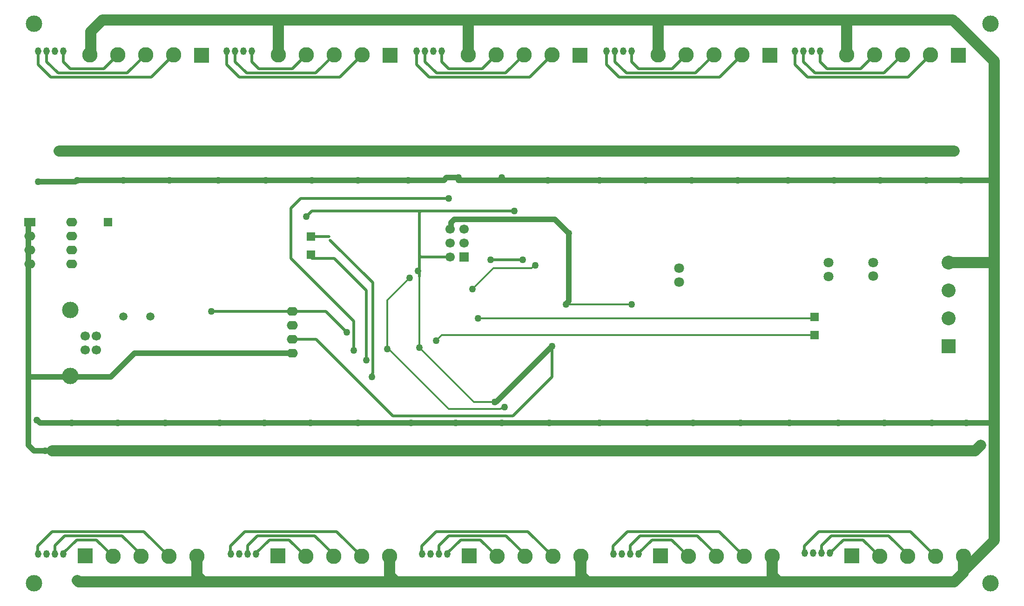
<source format=gbl>
G04*
G04 #@! TF.GenerationSoftware,Altium Limited,Altium Designer,21.4.1 (30)*
G04*
G04 Layer_Physical_Order=2*
G04 Layer_Color=16711680*
%FSLAX44Y44*%
%MOMM*%
G71*
G04*
G04 #@! TF.SameCoordinates,6184CBAD-8C2E-428C-A116-2BF05ABD0BD4*
G04*
G04*
G04 #@! TF.FilePolarity,Positive*
G04*
G01*
G75*
%ADD12C,0.5000*%
%ADD23C,0.3000*%
%ADD82C,1.0000*%
%ADD83C,2.0000*%
%ADD84C,1.2700*%
%ADD85R,1.5000X1.5000*%
%ADD86R,1.5000X1.5000*%
%ADD87C,1.8000*%
%ADD88C,2.5400*%
%ADD89R,2.5400X2.5400*%
%ADD90O,2.0000X1.6000*%
%ADD91C,1.5000*%
%ADD92C,3.0000*%
%ADD93C,1.7000*%
%ADD94R,1.7000X1.7000*%
%ADD95R,2.0000X1.6000*%
%ADD96R,2.8000X2.8000*%
%ADD97C,2.8000*%
%ADD98C,1.2700*%
%ADD99O,1.1430X1.3970*%
D12*
X607060Y449580D02*
Y502920D01*
X492760Y617220D02*
X607060Y502920D01*
X556260Y520700D02*
X594360Y482600D01*
Y482600D02*
Y482600D01*
X495300Y520700D02*
X556260D01*
X347980D02*
X495300D01*
X678180Y330200D02*
X896620D01*
X538480Y469900D02*
X678180Y330200D01*
X495300Y469900D02*
X538480D01*
X896620Y330200D02*
X967740Y401320D01*
Y457200D01*
X510540Y726440D02*
X779780D01*
X563880Y650240D02*
X641310Y572810D01*
Y407630D02*
Y572810D01*
X728980Y703580D02*
X899160D01*
X640080Y406400D02*
X641310Y407630D01*
X492760Y617220D02*
Y708660D01*
X520700Y693420D02*
X530860Y703580D01*
X728980D01*
X726440Y622300D02*
Y701040D01*
X728980Y703580D01*
X640080Y401320D02*
Y406400D01*
X492760Y708660D02*
X510540Y726440D01*
X855980Y614680D02*
X914400D01*
X629920Y431800D02*
Y558800D01*
X571500Y617220D02*
X629920Y558800D01*
X726440Y622300D02*
X728980Y619760D01*
X782320D01*
X726440Y584200D02*
Y622300D01*
X530860Y617220D02*
X571500D01*
X529082Y656590D02*
X562102D01*
X238767Y947420D02*
X279407Y988060D01*
X33020Y970280D02*
Y994920D01*
X55880Y947420D02*
X238767D01*
X33020Y970280D02*
X55880Y947420D01*
X194967Y954420D02*
X228607Y988060D01*
X48260Y975360D02*
X69200Y954420D01*
X48260Y975360D02*
Y994920D01*
X69200Y954420D02*
X194967D01*
X152407Y962660D02*
X177807Y988060D01*
X91440Y962660D02*
X152407D01*
X78740Y975360D02*
X91440Y962660D01*
X78740Y975360D02*
Y994920D01*
X581667Y947420D02*
X622307Y988060D01*
X375920Y970280D02*
Y994920D01*
X398780Y947420D02*
X581667D01*
X375920Y970280D02*
X398780Y947420D01*
X537867Y954420D02*
X571507Y988060D01*
X391160Y975360D02*
X412100Y954420D01*
X391160Y975360D02*
Y994920D01*
X412100Y954420D02*
X537867D01*
X495307Y962660D02*
X520707Y988060D01*
X434340Y962660D02*
X495307D01*
X421640Y975360D02*
X434340Y962660D01*
X421640Y975360D02*
Y994920D01*
X927107Y947420D02*
X967747Y988060D01*
X721360Y970280D02*
Y994920D01*
X744220Y947420D02*
X927107D01*
X721360Y970280D02*
X744220Y947420D01*
X883307Y954420D02*
X916947Y988060D01*
X736600Y975360D02*
X757540Y954420D01*
X736600Y975360D02*
Y994920D01*
X757540Y954420D02*
X883307D01*
X840747Y962660D02*
X866147Y988060D01*
X779780Y962660D02*
X840747D01*
X767080Y975360D02*
X779780Y962660D01*
X767080Y975360D02*
Y994920D01*
X1272547Y947420D02*
X1313187Y988060D01*
X1066800Y970280D02*
Y994920D01*
X1089660Y947420D02*
X1272547D01*
X1066800Y970280D02*
X1089660Y947420D01*
X1228747Y954420D02*
X1262387Y988060D01*
X1082040Y975360D02*
X1102980Y954420D01*
X1082040Y975360D02*
Y994920D01*
X1102980Y954420D02*
X1228747D01*
X1186187Y962660D02*
X1211587Y988060D01*
X1125220Y962660D02*
X1186187D01*
X1112520Y975360D02*
X1125220Y962660D01*
X1112520Y975360D02*
Y994920D01*
X1409700Y970280D02*
X1432560Y947420D01*
X1571647Y954420D02*
X1605287Y988060D01*
X1424940Y975360D02*
X1445880Y954420D01*
X1432560Y947420D02*
X1615447D01*
X1656087Y988060D01*
X1445880Y954420D02*
X1571647D01*
X1455420Y975360D02*
X1468120Y962660D01*
X1529087D01*
X1455420Y975360D02*
Y994920D01*
X1424940Y975360D02*
Y994920D01*
X1409700Y970280D02*
Y994920D01*
X1529087Y962660D02*
X1554487Y988060D01*
X1533195Y104140D02*
X1563370Y73965D01*
X1497330Y104140D02*
X1533195D01*
X1473200Y80010D02*
X1497330Y104140D01*
X1473200Y78740D02*
Y80010D01*
X1614170Y73965D02*
Y77470D01*
X1457960Y93980D02*
X1475740Y111760D01*
X1579880D01*
X1457960Y78740D02*
Y93980D01*
X1579880Y111760D02*
X1614170Y77470D01*
X1619555Y119380D02*
X1664970Y73965D01*
X1426250Y92830D02*
X1452800Y119380D01*
X1619555D01*
X1426250Y79970D02*
Y92830D01*
Y79970D02*
X1427480Y78740D01*
X1185215Y104140D02*
X1215390Y73965D01*
X1149350Y104140D02*
X1185215D01*
X1125220Y80010D02*
X1149350Y104140D01*
X1125220Y78740D02*
Y80010D01*
X1266190Y73965D02*
Y77470D01*
X1109980Y93980D02*
X1127760Y111760D01*
X1231900D01*
X1109980Y78740D02*
Y93980D01*
X1231900Y111760D02*
X1266190Y77470D01*
X1271575Y119380D02*
X1316990Y73965D01*
X1078270Y92830D02*
X1104820Y119380D01*
X1271575D01*
X1078270Y79970D02*
Y92830D01*
Y79970D02*
X1079500Y78740D01*
X837235Y104140D02*
X867410Y73965D01*
X801370Y104140D02*
X837235D01*
X777240Y80010D02*
X801370Y104140D01*
X777240Y78740D02*
Y80010D01*
X918210Y73965D02*
Y77470D01*
X762000Y93980D02*
X779780Y111760D01*
X883920D01*
X762000Y78740D02*
Y93980D01*
X883920Y111760D02*
X918210Y77470D01*
X923595Y119380D02*
X969010Y73965D01*
X730290Y92830D02*
X756840Y119380D01*
X923595D01*
X730290Y79970D02*
Y92830D01*
Y79970D02*
X731520Y78740D01*
X489255Y104140D02*
X519430Y73965D01*
X453390Y104140D02*
X489255D01*
X429260Y80010D02*
X453390Y104140D01*
X429260Y78740D02*
Y80010D01*
X570230Y73965D02*
Y77470D01*
X414020Y93980D02*
X431800Y111760D01*
X535940D01*
X414020Y78740D02*
Y93980D01*
X535940Y111760D02*
X570230Y77470D01*
X575615Y119380D02*
X621030Y73965D01*
X382310Y92830D02*
X408860Y119380D01*
X575615D01*
X382310Y79970D02*
Y92830D01*
Y79970D02*
X383540Y78740D01*
X102870Y104140D02*
X138735D01*
X78740Y80010D02*
X102870Y104140D01*
X138735D02*
X168910Y73965D01*
X185420Y111760D02*
X219710Y77470D01*
X63500Y93980D02*
X81280Y111760D01*
X185420D01*
X31790Y92830D02*
X58340Y119380D01*
X225095D01*
X31790Y79970D02*
Y92830D01*
X78740Y78740D02*
Y80010D01*
X31790Y79970D02*
X33020Y78740D01*
X63500D02*
Y93980D01*
X225095Y119380D02*
X270510Y73965D01*
X219710D02*
Y77470D01*
D23*
X1442810Y508000D02*
X1445120Y510310D01*
X726440Y454660D02*
X825500Y355600D01*
X863600D01*
X874674Y343814D02*
X879524D01*
X668020Y454660D02*
X779780Y342900D01*
X873760D01*
X874674Y343814D01*
X879524D02*
X881380Y345670D01*
X668020Y454660D02*
Y541020D01*
X861060Y599440D02*
X930653D01*
X935733Y604520D01*
X937260D01*
X822960Y561340D02*
X861060Y599440D01*
X756920Y467360D02*
X767080Y477520D01*
X1445260D01*
X833120Y508000D02*
X1442810D01*
X993140Y533400D02*
X1112520D01*
X726440Y454660D02*
Y584200D01*
X668020Y541020D02*
X708660Y581660D01*
D82*
X15240Y401320D02*
X165100D01*
X208280Y444500D01*
X495300D01*
X792480Y317500D02*
X876300D01*
X866657Y356117D02*
X967740Y457200D01*
X789490Y688340D02*
X972820D01*
X998220Y662940D01*
X783632Y671872D02*
Y682482D01*
X782320Y670560D02*
X783632Y671872D01*
Y682482D02*
X789490Y688340D01*
X993140Y533400D02*
Y534131D01*
X998220Y539211D02*
Y662940D01*
X993140Y534131D02*
X998220Y539211D01*
X864117Y356117D02*
X866657D01*
X863600Y355600D02*
X864117Y356117D01*
X15240Y401320D02*
Y680720D01*
X103409Y759460D02*
X187960D01*
X100869Y756920D02*
X103409Y759460D01*
X33020Y756920D02*
X100869D01*
X15240Y276860D02*
Y401320D01*
X45720Y266700D02*
X58420D01*
X25400D02*
X45720D01*
X15240Y680720D02*
X17780Y683260D01*
X15240Y276860D02*
X25400Y266700D01*
X31211Y322580D02*
X36291Y317500D01*
X30480Y322580D02*
X31211D01*
X36291Y317500D02*
X177800D01*
X1224280D02*
X1572260D01*
X528320D02*
X614680D01*
X710890D01*
X706120Y759460D02*
X770937D01*
X775744Y764267D01*
X797287D01*
Y759460D02*
X876300D01*
Y764690D01*
X1572260Y317500D02*
X1658620D01*
X1721010D02*
X1771800D01*
X1658620D02*
X1721010D01*
X1711960Y759460D02*
X1771800D01*
X1648460D02*
X1711960D01*
X1564640D02*
X1648460D01*
X1397000D02*
X1480820D01*
X1305560D02*
X1397000D01*
X614680D02*
X706120D01*
X360680D02*
X447040D01*
X271780D02*
X360680D01*
X1054100D02*
X1137920D01*
X960120D02*
X1054100D01*
X187960D02*
X271780D01*
X530860D02*
X614680D01*
X447040D02*
X530860D01*
X876300D02*
X960120D01*
X1221740D02*
X1305560D01*
X1137920D02*
X1221740D01*
X1480820D02*
X1564640D01*
X1140460Y317500D02*
X1224280D01*
X1054100D02*
X1140460D01*
X962660D02*
X1054100D01*
X876300D02*
X962660D01*
X710890D02*
X792480D01*
X444500D02*
X528320D01*
X362910D02*
X444500D01*
X264160D02*
X362910D01*
X177800D02*
X264160D01*
D83*
X1379506Y27940D02*
X1498600D01*
X1771800Y103020D02*
Y317500D01*
X1715770Y46990D02*
X1771800Y103020D01*
X1498600Y27940D02*
X1699260D01*
X1686560Y609600D02*
X1771800D01*
X1521460Y266700D02*
X1737360D01*
X1440180D02*
X1521460D01*
X1348740D02*
X1440180D01*
X1092200D02*
X1348740D01*
X914400D02*
X1000760D01*
X828040D02*
X914400D01*
X744220D02*
X828040D01*
X568960D02*
X652780D01*
X482600D02*
X568960D01*
X396240D02*
X482600D01*
X215900D02*
X302260D01*
X132080D02*
X215900D01*
X58420D02*
X132080D01*
X1737360D02*
X1747520Y276860D01*
X1031526Y27940D02*
X1379506D01*
X683546D02*
X1031526D01*
X333026D02*
X683546D01*
X128537Y989591D02*
Y1030237D01*
X149860Y1051560D02*
X467360D01*
X469907Y988060D02*
Y1049013D01*
X128537Y1030237D02*
X149860Y1051560D01*
X1498600D02*
X1696720D01*
X1771800Y759460D02*
Y976480D01*
X1696720Y1051560D02*
X1771800Y976480D01*
Y317500D02*
Y609600D01*
Y759460D01*
X467360Y1051560D02*
X820420D01*
X467360D02*
X469907Y1049013D01*
X820420Y1051560D02*
X1158240D01*
X815347Y1046487D02*
X820420Y1051560D01*
X815347Y988060D02*
Y1046487D01*
X1158240Y1051560D02*
X1498600D01*
X1158240D02*
X1160787Y1049013D01*
Y988060D02*
Y1049013D01*
X1498600Y1051560D02*
X1503687Y1046473D01*
Y988060D02*
Y1046473D01*
X1615440Y812800D02*
X1699260D01*
X127007Y988060D02*
X128537Y989591D01*
X1104900Y812800D02*
X1188720D01*
X1010920D02*
X1104900D01*
X927100D02*
X1010920D01*
X759460D02*
X843280D01*
X665480D02*
X759460D01*
X581660D02*
X665480D01*
X414020D02*
X497840D01*
X322580D02*
X414020D01*
X238760D02*
X322580D01*
X154940D02*
X238760D01*
X71120D02*
X154940D01*
X497840D02*
X581660D01*
X843280D02*
X927100D01*
X1272540D02*
X1356360D01*
X1188720D02*
X1272540D01*
X1531620D02*
X1615440D01*
X1447800D02*
X1531620D01*
X1356360D02*
X1447800D01*
X1715770Y44450D02*
Y73965D01*
X1699260Y27940D02*
X1715770Y44450D01*
X1000760Y266700D02*
X1092200D01*
X652780D02*
X744220D01*
X302260D02*
X396240D01*
X106680Y27940D02*
X333026D01*
X104140Y30480D02*
X106680Y27940D01*
X1367790Y39656D02*
X1379506Y27940D01*
X1367790Y39656D02*
Y73965D01*
X1019810Y39656D02*
X1031526Y27940D01*
X1019810Y39656D02*
Y73965D01*
X671830Y39656D02*
X683546Y27940D01*
X671830Y39656D02*
Y73965D01*
X321310Y39656D02*
X333026Y27940D01*
X321310Y39656D02*
Y73965D01*
D84*
X1509700Y78105D02*
X1512570Y75235D01*
X1161720Y78105D02*
X1164590Y75235D01*
X813740Y78105D02*
X816610Y75235D01*
X465760Y78105D02*
X468630Y75235D01*
X115240Y78105D02*
X118110Y75235D01*
D85*
X160020Y683260D02*
D03*
X529082Y656590D02*
D03*
Y623570D02*
D03*
D86*
X1445260Y477520D02*
D03*
X1445120Y510310D02*
D03*
D87*
X1198880Y599040D02*
D03*
Y574040D02*
D03*
X1470660Y609400D02*
D03*
Y584400D02*
D03*
X1551940Y609600D02*
D03*
Y584600D02*
D03*
D88*
X1689100Y609460D02*
D03*
Y558660D02*
D03*
Y507860D02*
D03*
D89*
Y457060D02*
D03*
D90*
X495300Y444500D02*
D03*
Y520700D02*
D03*
Y495300D02*
D03*
Y469900D02*
D03*
X93980Y607060D02*
D03*
X17780D02*
D03*
Y632460D02*
D03*
X93980D02*
D03*
Y657860D02*
D03*
X17780D02*
D03*
X93980Y683260D02*
D03*
D91*
X187690Y511290D02*
D03*
X236490D02*
D03*
D92*
X91440Y523240D02*
D03*
Y402840D02*
D03*
X25000Y25000D02*
D03*
Y1045000D02*
D03*
X1765000D02*
D03*
Y25000D02*
D03*
D93*
X118540Y450540D02*
D03*
X138440Y475540D02*
D03*
X118540D02*
D03*
X138440Y450540D02*
D03*
X782320Y619760D02*
D03*
Y645160D02*
D03*
Y670560D02*
D03*
X807720Y645160D02*
D03*
Y670560D02*
D03*
D94*
Y619760D02*
D03*
D95*
X17780Y683260D02*
D03*
D96*
X118110Y75235D02*
D03*
X468630D02*
D03*
X816610D02*
D03*
X1164590D02*
D03*
X1512570D02*
D03*
X1706887Y986790D02*
D03*
X1363987D02*
D03*
X1018547D02*
D03*
X673107D02*
D03*
X330207D02*
D03*
D97*
X168910Y73965D02*
D03*
X219710D02*
D03*
X270510D02*
D03*
X321310D02*
D03*
X519430D02*
D03*
X570230D02*
D03*
X621030D02*
D03*
X671830D02*
D03*
X867410D02*
D03*
X918210D02*
D03*
X969010D02*
D03*
X1019810D02*
D03*
X1215390D02*
D03*
X1266190D02*
D03*
X1316990D02*
D03*
X1367790D02*
D03*
X1563370D02*
D03*
X1614170D02*
D03*
X1664970D02*
D03*
X1715770D02*
D03*
X1656087Y988060D02*
D03*
X1605287D02*
D03*
X1554487D02*
D03*
X1503687D02*
D03*
X1313187D02*
D03*
X1262387D02*
D03*
X1211587D02*
D03*
X1160787D02*
D03*
X967747D02*
D03*
X916947D02*
D03*
X866147D02*
D03*
X815347D02*
D03*
X622307D02*
D03*
X571507D02*
D03*
X520707D02*
D03*
X469907D02*
D03*
X279407D02*
D03*
X228607D02*
D03*
X177807D02*
D03*
X127007D02*
D03*
D98*
X1112520Y533400D02*
D03*
X607060Y449580D02*
D03*
X594360Y482600D02*
D03*
X347980Y520700D02*
D03*
X876300Y317500D02*
D03*
X779780Y726440D02*
D03*
X855980Y614680D02*
D03*
X914400D02*
D03*
X967740Y457200D02*
D03*
X833120Y508000D02*
D03*
X881380Y345670D02*
D03*
X899160Y703580D02*
D03*
X998220Y662940D02*
D03*
X993140Y533400D02*
D03*
X723900Y594360D02*
D03*
X668020Y452120D02*
D03*
X708660Y581660D02*
D03*
X726440Y454660D02*
D03*
X520700Y693420D02*
D03*
X33020Y756920D02*
D03*
X30480Y322580D02*
D03*
X1399540Y317500D02*
D03*
X132080Y266700D02*
D03*
X215900D02*
D03*
X568960D02*
D03*
X482600D02*
D03*
X828040D02*
D03*
X914400D02*
D03*
X1176020Y264160D02*
D03*
X1262380D02*
D03*
X1696720D02*
D03*
X1610360D02*
D03*
X1521460Y266700D02*
D03*
X756920Y467360D02*
D03*
X640080Y401320D02*
D03*
X629920Y431800D02*
D03*
X863600Y355600D02*
D03*
X822960Y561340D02*
D03*
X937260Y604520D02*
D03*
X710890Y317500D02*
D03*
X797287Y764267D02*
D03*
X876300Y764690D02*
D03*
X1711960Y759460D02*
D03*
X1747520Y276860D02*
D03*
X1721010Y317500D02*
D03*
X1397000Y759460D02*
D03*
X360680D02*
D03*
X706120D02*
D03*
X271780D02*
D03*
X187960D02*
D03*
X104140D02*
D03*
X322580Y812800D02*
D03*
X238760D02*
D03*
X154940D02*
D03*
X71120D02*
D03*
X614680Y759460D02*
D03*
X530860D02*
D03*
X447040D02*
D03*
X665480Y812800D02*
D03*
X581660D02*
D03*
X414020D02*
D03*
X497840D02*
D03*
X960120Y759460D02*
D03*
X1010920Y812800D02*
D03*
X927100D02*
D03*
X843280D02*
D03*
X759460D02*
D03*
X1305560Y759460D02*
D03*
X1221740D02*
D03*
X1137920D02*
D03*
X1054100D02*
D03*
X1356360Y812800D02*
D03*
X1272540D02*
D03*
X1188720D02*
D03*
X1104900D02*
D03*
X1531620D02*
D03*
X1480820Y759460D02*
D03*
X1564640D02*
D03*
X1648460D02*
D03*
X1447800Y812800D02*
D03*
X1615440D02*
D03*
X1699260D02*
D03*
X1054100Y317500D02*
D03*
X1658620D02*
D03*
X1572260D02*
D03*
X1488440D02*
D03*
X1440180Y266700D02*
D03*
X1498600Y30480D02*
D03*
X1140460Y317500D02*
D03*
X1310640D02*
D03*
X1224280D02*
D03*
X1348740Y266700D02*
D03*
X1092200D02*
D03*
X1150620Y30480D02*
D03*
X962660Y317500D02*
D03*
X792480D02*
D03*
X1000760Y266700D02*
D03*
X744220D02*
D03*
X802640Y30480D02*
D03*
X614680Y317500D02*
D03*
X362910D02*
D03*
X528320D02*
D03*
X444500D02*
D03*
X652780Y266700D02*
D03*
X396240D02*
D03*
X454660Y30480D02*
D03*
X104140D02*
D03*
X302260Y266700D02*
D03*
X264160Y317500D02*
D03*
X177800D02*
D03*
X93980D02*
D03*
X45720Y266700D02*
D03*
D99*
X33020Y78740D02*
D03*
X63500D02*
D03*
X48260D02*
D03*
X78740D02*
D03*
X383540D02*
D03*
X414020D02*
D03*
X398780D02*
D03*
X429260D02*
D03*
X731520D02*
D03*
X762000D02*
D03*
X746760D02*
D03*
X777240D02*
D03*
X1079500D02*
D03*
X1109980D02*
D03*
X1094740D02*
D03*
X1125220D02*
D03*
X1427480Y79920D02*
D03*
X1457960D02*
D03*
X1442720D02*
D03*
X1473200D02*
D03*
X1455420Y995000D02*
D03*
X1424940D02*
D03*
X1440180D02*
D03*
X1409700D02*
D03*
X1112520D02*
D03*
X1082040D02*
D03*
X1097280D02*
D03*
X1066800D02*
D03*
X767080D02*
D03*
X736600D02*
D03*
X751840D02*
D03*
X721360D02*
D03*
X421640D02*
D03*
X391160D02*
D03*
X406400D02*
D03*
X375920D02*
D03*
X78740D02*
D03*
X48260D02*
D03*
X63500D02*
D03*
X33020D02*
D03*
M02*

</source>
